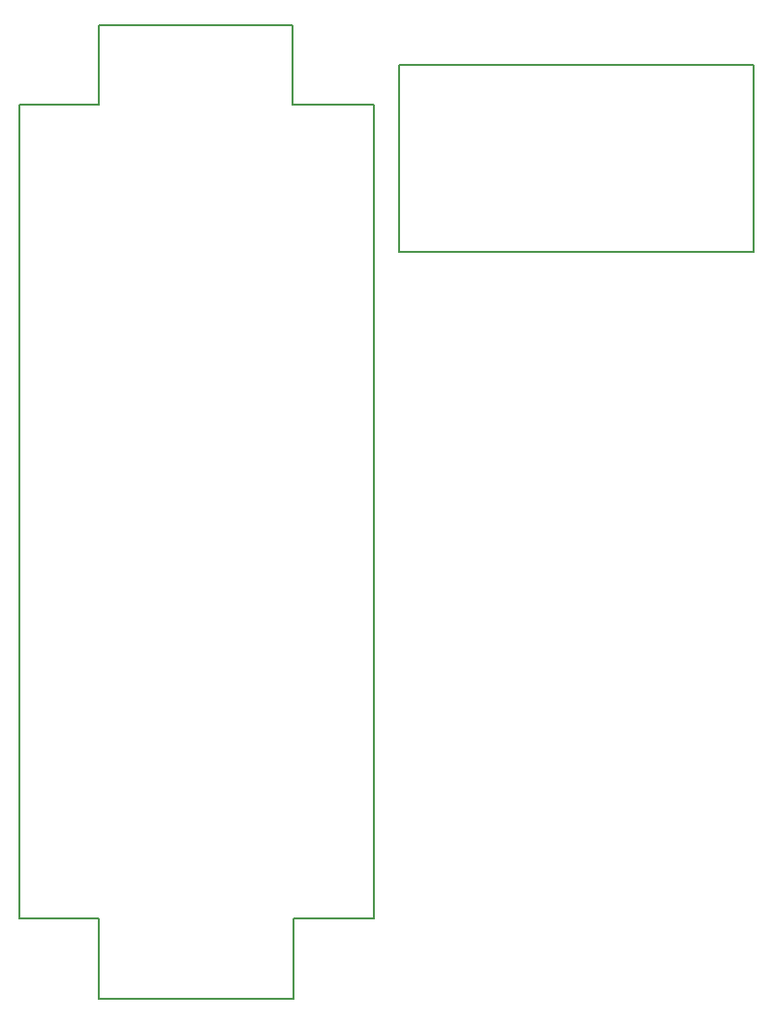
<source format=gbr>
G04 #@! TF.FileFunction,Profile,NP*
%FSLAX46Y46*%
G04 Gerber Fmt 4.6, Leading zero omitted, Abs format (unit mm)*
G04 Created by KiCad (PCBNEW 4.0.6) date 12/28/17 16:04:21*
%MOMM*%
%LPD*%
G01*
G04 APERTURE LIST*
%ADD10C,0.100000*%
%ADD11C,0.150000*%
G04 APERTURE END LIST*
D10*
D11*
X87376000Y-148336000D02*
X87376000Y-77216000D01*
X111379000Y-155321000D02*
X94361000Y-155321000D01*
X118364000Y-77216000D02*
X118364000Y-148336000D01*
X111252000Y-70231000D02*
X94361000Y-70231000D01*
X120535700Y-73685400D02*
X120535700Y-90068400D01*
X151523700Y-90068400D02*
X151523700Y-73685400D01*
X151523700Y-90068400D02*
X120535700Y-90068400D01*
X120535700Y-73685400D02*
X151523700Y-73685400D01*
X118364000Y-148336000D02*
X118364000Y-148209000D01*
X111379000Y-148336000D02*
X118364000Y-148336000D01*
X111379000Y-155321000D02*
X111379000Y-148336000D01*
X94361000Y-148336000D02*
X94361000Y-155321000D01*
X87376000Y-148336000D02*
X94361000Y-148336000D01*
X94361000Y-77216000D02*
X87376000Y-77216000D01*
X94361000Y-70231000D02*
X94361000Y-77216000D01*
X111252000Y-77216000D02*
X111252000Y-70231000D01*
X118364000Y-77216000D02*
X111252000Y-77216000D01*
M02*

</source>
